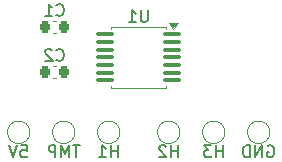
<source format=gbr>
%TF.GenerationSoftware,KiCad,Pcbnew,9.0.6*%
%TF.CreationDate,2026-01-10T16:59:14-06:00*%
%TF.ProjectId,hall_effect_breakout,68616c6c-5f65-4666-9665-63745f627265,rev?*%
%TF.SameCoordinates,Original*%
%TF.FileFunction,Legend,Bot*%
%TF.FilePolarity,Positive*%
%FSLAX46Y46*%
G04 Gerber Fmt 4.6, Leading zero omitted, Abs format (unit mm)*
G04 Created by KiCad (PCBNEW 9.0.6) date 2026-01-10 16:59:14*
%MOMM*%
%LPD*%
G01*
G04 APERTURE LIST*
G04 Aperture macros list*
%AMRoundRect*
0 Rectangle with rounded corners*
0 $1 Rounding radius*
0 $2 $3 $4 $5 $6 $7 $8 $9 X,Y pos of 4 corners*
0 Add a 4 corners polygon primitive as box body*
4,1,4,$2,$3,$4,$5,$6,$7,$8,$9,$2,$3,0*
0 Add four circle primitives for the rounded corners*
1,1,$1+$1,$2,$3*
1,1,$1+$1,$4,$5*
1,1,$1+$1,$6,$7*
1,1,$1+$1,$8,$9*
0 Add four rect primitives between the rounded corners*
20,1,$1+$1,$2,$3,$4,$5,0*
20,1,$1+$1,$4,$5,$6,$7,0*
20,1,$1+$1,$6,$7,$8,$9,0*
20,1,$1+$1,$8,$9,$2,$3,0*%
G04 Aperture macros list end*
%ADD10C,0.150000*%
%ADD11C,0.120000*%
%ADD12C,1.500000*%
%ADD13C,4.000000*%
%ADD14RoundRect,0.225000X0.225000X0.250000X-0.225000X0.250000X-0.225000X-0.250000X0.225000X-0.250000X0*%
%ADD15RoundRect,0.100000X0.637500X0.100000X-0.637500X0.100000X-0.637500X-0.100000X0.637500X-0.100000X0*%
G04 APERTURE END LIST*
D10*
X91630476Y-109052819D02*
X92106666Y-109052819D01*
X92106666Y-109052819D02*
X92154285Y-109529009D01*
X92154285Y-109529009D02*
X92106666Y-109481390D01*
X92106666Y-109481390D02*
X92011428Y-109433771D01*
X92011428Y-109433771D02*
X91773333Y-109433771D01*
X91773333Y-109433771D02*
X91678095Y-109481390D01*
X91678095Y-109481390D02*
X91630476Y-109529009D01*
X91630476Y-109529009D02*
X91582857Y-109624247D01*
X91582857Y-109624247D02*
X91582857Y-109862342D01*
X91582857Y-109862342D02*
X91630476Y-109957580D01*
X91630476Y-109957580D02*
X91678095Y-110005200D01*
X91678095Y-110005200D02*
X91773333Y-110052819D01*
X91773333Y-110052819D02*
X92011428Y-110052819D01*
X92011428Y-110052819D02*
X92106666Y-110005200D01*
X92106666Y-110005200D02*
X92154285Y-109957580D01*
X91297142Y-109052819D02*
X90963809Y-110052819D01*
X90963809Y-110052819D02*
X90630476Y-109052819D01*
X112521904Y-109100438D02*
X112617142Y-109052819D01*
X112617142Y-109052819D02*
X112759999Y-109052819D01*
X112759999Y-109052819D02*
X112902856Y-109100438D01*
X112902856Y-109100438D02*
X112998094Y-109195676D01*
X112998094Y-109195676D02*
X113045713Y-109290914D01*
X113045713Y-109290914D02*
X113093332Y-109481390D01*
X113093332Y-109481390D02*
X113093332Y-109624247D01*
X113093332Y-109624247D02*
X113045713Y-109814723D01*
X113045713Y-109814723D02*
X112998094Y-109909961D01*
X112998094Y-109909961D02*
X112902856Y-110005200D01*
X112902856Y-110005200D02*
X112759999Y-110052819D01*
X112759999Y-110052819D02*
X112664761Y-110052819D01*
X112664761Y-110052819D02*
X112521904Y-110005200D01*
X112521904Y-110005200D02*
X112474285Y-109957580D01*
X112474285Y-109957580D02*
X112474285Y-109624247D01*
X112474285Y-109624247D02*
X112664761Y-109624247D01*
X112045713Y-110052819D02*
X112045713Y-109052819D01*
X112045713Y-109052819D02*
X111474285Y-110052819D01*
X111474285Y-110052819D02*
X111474285Y-109052819D01*
X110998094Y-110052819D02*
X110998094Y-109052819D01*
X110998094Y-109052819D02*
X110759999Y-109052819D01*
X110759999Y-109052819D02*
X110617142Y-109100438D01*
X110617142Y-109100438D02*
X110521904Y-109195676D01*
X110521904Y-109195676D02*
X110474285Y-109290914D01*
X110474285Y-109290914D02*
X110426666Y-109481390D01*
X110426666Y-109481390D02*
X110426666Y-109624247D01*
X110426666Y-109624247D02*
X110474285Y-109814723D01*
X110474285Y-109814723D02*
X110521904Y-109909961D01*
X110521904Y-109909961D02*
X110617142Y-110005200D01*
X110617142Y-110005200D02*
X110759999Y-110052819D01*
X110759999Y-110052819D02*
X110998094Y-110052819D01*
X96607142Y-109052819D02*
X96035714Y-109052819D01*
X96321428Y-110052819D02*
X96321428Y-109052819D01*
X95702380Y-110052819D02*
X95702380Y-109052819D01*
X95702380Y-109052819D02*
X95369047Y-109767104D01*
X95369047Y-109767104D02*
X95035714Y-109052819D01*
X95035714Y-109052819D02*
X95035714Y-110052819D01*
X94559523Y-110052819D02*
X94559523Y-109052819D01*
X94559523Y-109052819D02*
X94178571Y-109052819D01*
X94178571Y-109052819D02*
X94083333Y-109100438D01*
X94083333Y-109100438D02*
X94035714Y-109148057D01*
X94035714Y-109148057D02*
X93988095Y-109243295D01*
X93988095Y-109243295D02*
X93988095Y-109386152D01*
X93988095Y-109386152D02*
X94035714Y-109481390D01*
X94035714Y-109481390D02*
X94083333Y-109529009D01*
X94083333Y-109529009D02*
X94178571Y-109576628D01*
X94178571Y-109576628D02*
X94559523Y-109576628D01*
X94641666Y-97989580D02*
X94689285Y-98037200D01*
X94689285Y-98037200D02*
X94832142Y-98084819D01*
X94832142Y-98084819D02*
X94927380Y-98084819D01*
X94927380Y-98084819D02*
X95070237Y-98037200D01*
X95070237Y-98037200D02*
X95165475Y-97941961D01*
X95165475Y-97941961D02*
X95213094Y-97846723D01*
X95213094Y-97846723D02*
X95260713Y-97656247D01*
X95260713Y-97656247D02*
X95260713Y-97513390D01*
X95260713Y-97513390D02*
X95213094Y-97322914D01*
X95213094Y-97322914D02*
X95165475Y-97227676D01*
X95165475Y-97227676D02*
X95070237Y-97132438D01*
X95070237Y-97132438D02*
X94927380Y-97084819D01*
X94927380Y-97084819D02*
X94832142Y-97084819D01*
X94832142Y-97084819D02*
X94689285Y-97132438D01*
X94689285Y-97132438D02*
X94641666Y-97180057D01*
X93689285Y-98084819D02*
X94260713Y-98084819D01*
X93974999Y-98084819D02*
X93974999Y-97084819D01*
X93974999Y-97084819D02*
X94070237Y-97227676D01*
X94070237Y-97227676D02*
X94165475Y-97322914D01*
X94165475Y-97322914D02*
X94260713Y-97370533D01*
X94641666Y-101799580D02*
X94689285Y-101847200D01*
X94689285Y-101847200D02*
X94832142Y-101894819D01*
X94832142Y-101894819D02*
X94927380Y-101894819D01*
X94927380Y-101894819D02*
X95070237Y-101847200D01*
X95070237Y-101847200D02*
X95165475Y-101751961D01*
X95165475Y-101751961D02*
X95213094Y-101656723D01*
X95213094Y-101656723D02*
X95260713Y-101466247D01*
X95260713Y-101466247D02*
X95260713Y-101323390D01*
X95260713Y-101323390D02*
X95213094Y-101132914D01*
X95213094Y-101132914D02*
X95165475Y-101037676D01*
X95165475Y-101037676D02*
X95070237Y-100942438D01*
X95070237Y-100942438D02*
X94927380Y-100894819D01*
X94927380Y-100894819D02*
X94832142Y-100894819D01*
X94832142Y-100894819D02*
X94689285Y-100942438D01*
X94689285Y-100942438D02*
X94641666Y-100990057D01*
X94260713Y-100990057D02*
X94213094Y-100942438D01*
X94213094Y-100942438D02*
X94117856Y-100894819D01*
X94117856Y-100894819D02*
X93879761Y-100894819D01*
X93879761Y-100894819D02*
X93784523Y-100942438D01*
X93784523Y-100942438D02*
X93736904Y-100990057D01*
X93736904Y-100990057D02*
X93689285Y-101085295D01*
X93689285Y-101085295D02*
X93689285Y-101180533D01*
X93689285Y-101180533D02*
X93736904Y-101323390D01*
X93736904Y-101323390D02*
X94308332Y-101894819D01*
X94308332Y-101894819D02*
X93689285Y-101894819D01*
X102361904Y-97604819D02*
X102361904Y-98414342D01*
X102361904Y-98414342D02*
X102314285Y-98509580D01*
X102314285Y-98509580D02*
X102266666Y-98557200D01*
X102266666Y-98557200D02*
X102171428Y-98604819D01*
X102171428Y-98604819D02*
X101980952Y-98604819D01*
X101980952Y-98604819D02*
X101885714Y-98557200D01*
X101885714Y-98557200D02*
X101838095Y-98509580D01*
X101838095Y-98509580D02*
X101790476Y-98414342D01*
X101790476Y-98414342D02*
X101790476Y-97604819D01*
X100790476Y-98604819D02*
X101361904Y-98604819D01*
X101076190Y-98604819D02*
X101076190Y-97604819D01*
X101076190Y-97604819D02*
X101171428Y-97747676D01*
X101171428Y-97747676D02*
X101266666Y-97842914D01*
X101266666Y-97842914D02*
X101361904Y-97890533D01*
X99821904Y-110052819D02*
X99821904Y-109052819D01*
X99821904Y-109529009D02*
X99250476Y-109529009D01*
X99250476Y-110052819D02*
X99250476Y-109052819D01*
X98250476Y-110052819D02*
X98821904Y-110052819D01*
X98536190Y-110052819D02*
X98536190Y-109052819D01*
X98536190Y-109052819D02*
X98631428Y-109195676D01*
X98631428Y-109195676D02*
X98726666Y-109290914D01*
X98726666Y-109290914D02*
X98821904Y-109338533D01*
X104901904Y-110052819D02*
X104901904Y-109052819D01*
X104901904Y-109529009D02*
X104330476Y-109529009D01*
X104330476Y-110052819D02*
X104330476Y-109052819D01*
X103901904Y-109148057D02*
X103854285Y-109100438D01*
X103854285Y-109100438D02*
X103759047Y-109052819D01*
X103759047Y-109052819D02*
X103520952Y-109052819D01*
X103520952Y-109052819D02*
X103425714Y-109100438D01*
X103425714Y-109100438D02*
X103378095Y-109148057D01*
X103378095Y-109148057D02*
X103330476Y-109243295D01*
X103330476Y-109243295D02*
X103330476Y-109338533D01*
X103330476Y-109338533D02*
X103378095Y-109481390D01*
X103378095Y-109481390D02*
X103949523Y-110052819D01*
X103949523Y-110052819D02*
X103330476Y-110052819D01*
X108711904Y-110052819D02*
X108711904Y-109052819D01*
X108711904Y-109529009D02*
X108140476Y-109529009D01*
X108140476Y-110052819D02*
X108140476Y-109052819D01*
X107759523Y-109052819D02*
X107140476Y-109052819D01*
X107140476Y-109052819D02*
X107473809Y-109433771D01*
X107473809Y-109433771D02*
X107330952Y-109433771D01*
X107330952Y-109433771D02*
X107235714Y-109481390D01*
X107235714Y-109481390D02*
X107188095Y-109529009D01*
X107188095Y-109529009D02*
X107140476Y-109624247D01*
X107140476Y-109624247D02*
X107140476Y-109862342D01*
X107140476Y-109862342D02*
X107188095Y-109957580D01*
X107188095Y-109957580D02*
X107235714Y-110005200D01*
X107235714Y-110005200D02*
X107330952Y-110052819D01*
X107330952Y-110052819D02*
X107616666Y-110052819D01*
X107616666Y-110052819D02*
X107711904Y-110005200D01*
X107711904Y-110005200D02*
X107759523Y-109957580D01*
D11*
%TO.C,5V*%
X92390000Y-107950000D02*
G75*
G02*
X90490000Y-107950000I-950000J0D01*
G01*
X90490000Y-107950000D02*
G75*
G02*
X92390000Y-107950000I950000J0D01*
G01*
%TO.C,GND*%
X112710000Y-107950000D02*
G75*
G02*
X110810000Y-107950000I-950000J0D01*
G01*
X110810000Y-107950000D02*
G75*
G02*
X112710000Y-107950000I950000J0D01*
G01*
%TO.C,TMP*%
X96200000Y-107950000D02*
G75*
G02*
X94300000Y-107950000I-950000J0D01*
G01*
X94300000Y-107950000D02*
G75*
G02*
X96200000Y-107950000I950000J0D01*
G01*
%TO.C,C1*%
X94615580Y-99570000D02*
X94334420Y-99570000D01*
X94615580Y-98550000D02*
X94334420Y-98550000D01*
%TO.C,C2*%
X94615580Y-103380000D02*
X94334420Y-103380000D01*
X94615580Y-102360000D02*
X94334420Y-102360000D01*
%TO.C,U1*%
X103910000Y-98990000D02*
X99290000Y-98990000D01*
X103910000Y-99190000D02*
X103910000Y-98990000D01*
X103910000Y-104210000D02*
X103910000Y-104010000D01*
X99290000Y-98990000D02*
X99290000Y-99190000D01*
X99290000Y-104010000D02*
X99290000Y-104210000D01*
X99290000Y-104210000D02*
X103910000Y-104210000D01*
X104550000Y-99190000D02*
X104210000Y-98720000D01*
X104890000Y-98720000D01*
X104550000Y-99190000D01*
G36*
X104550000Y-99190000D02*
G01*
X104210000Y-98720000D01*
X104890000Y-98720000D01*
X104550000Y-99190000D01*
G37*
%TO.C,H1*%
X100010000Y-107950000D02*
G75*
G02*
X98110000Y-107950000I-950000J0D01*
G01*
X98110000Y-107950000D02*
G75*
G02*
X100010000Y-107950000I950000J0D01*
G01*
%TO.C,H2*%
X105090000Y-107950000D02*
G75*
G02*
X103190000Y-107950000I-950000J0D01*
G01*
X103190000Y-107950000D02*
G75*
G02*
X105090000Y-107950000I950000J0D01*
G01*
%TO.C,H3*%
X108900000Y-107950000D02*
G75*
G02*
X107000000Y-107950000I-950000J0D01*
G01*
X107000000Y-107950000D02*
G75*
G02*
X108900000Y-107950000I950000J0D01*
G01*
%TD*%
%LPC*%
D12*
%TO.C,5V*%
X91440000Y-107950000D03*
%TD*%
%TO.C,GND*%
X111760000Y-107950000D03*
%TD*%
D13*
%TO.C,H10*%
X115570000Y-101600000D03*
%TD*%
%TO.C,H11*%
X87630000Y-101600000D03*
%TD*%
%TO.C,H12*%
X101600000Y-115570000D03*
%TD*%
%TO.C,H13*%
X101600000Y-87630000D03*
%TD*%
D12*
%TO.C,TMP*%
X95250000Y-107950000D03*
%TD*%
D14*
%TO.C,C1*%
X93700000Y-99060000D03*
X95250000Y-99060000D03*
%TD*%
%TO.C,C2*%
X93700000Y-102870000D03*
X95250000Y-102870000D03*
%TD*%
D15*
%TO.C,U1*%
X104462500Y-99650000D03*
X104462500Y-100300000D03*
X104462500Y-100950000D03*
X104462500Y-101600000D03*
X104462500Y-102250000D03*
X104462500Y-102900000D03*
X104462500Y-103550000D03*
X98737500Y-103550000D03*
X98737500Y-102900000D03*
X98737500Y-102250000D03*
X98737500Y-101600000D03*
X98737500Y-100950000D03*
X98737500Y-100300000D03*
X98737500Y-99650000D03*
%TD*%
D12*
%TO.C,H1*%
X99060000Y-107950000D03*
%TD*%
%TO.C,H2*%
X104140000Y-107950000D03*
%TD*%
%TO.C,H3*%
X107950000Y-107950000D03*
%TD*%
%LPD*%
M02*

</source>
